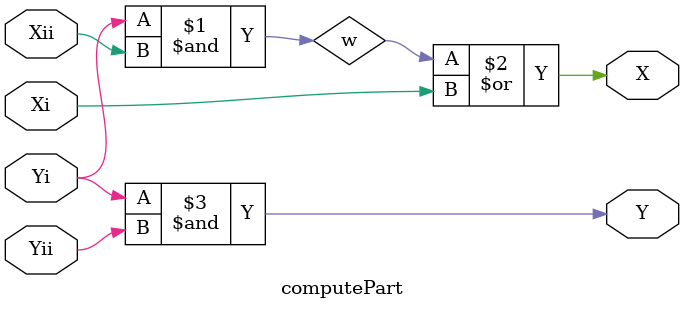
<source format=v>

module RecursiveCarryAdder64(
output [63:0] sum,
output cout,
input [63:0] a,b);
  
wire cin = 1'b0;
wire [63:0] c,x,y;
  
and_xor axr[63:0](x, y, a, b);
wire [63:1] x2, y2;
equalize equalize_0(c[0], x[0]);
computePart comp_0[63:1](x2[63:1], y2[63:1], x[63:1], y[63:1], x[62:0], y[62:0]);

wire [63:2] x3, y3;
equalize equalize_1(c[1], x2[1]);
computePart comp_1[63:2](x3[63:2], y3[63:2], x2[63:2], y2[63:2], {x2[61:1],x[0]}, {y2[61:1],y[0]});

wire [63:4] x4, y4;
equalize equalize_2[3:2](c[3:2], x3[3:2]);
computePart comp_2[63:4](x4[63:4], y4[63:4], x3[63:4], y3[63:4], {x3[59:2],x2[1],x[0]}, {y3[59:2],y2[1],y[0]});

wire [63:8] x5, y5;
equalize equalize_3[7:4](c[7:4], x4[7:4]);
computePart comp_3[63:8](x5[63:8], y5[63:8], x4[63:8], y4[63:8], {x4[55:4],x3[3:2],x2[1],x[0]}, {y4[55:4],y3[3:2],y2[1],y[0]});
        
wire [63:16] x6, y6;
equalize equalize_4[15:8](c[15:8], x5[15:8]);
computePart comp_4[63:16](x6[63:16], y6[63:16], x5[63:16], y5[63:16], {x5[47:8],x4[7:4],x3[3:2],x2[1],x[0]}, {y5[47:8],y4[7:4],y3[3:2],y2[1],y[0]});
  
wire [63:32] x7, y7;
equalize equalize_5[31:16](c[31:16], x6[31:16]);
computePart comp_5[63:32](x7[63:32], y7[63:32], x6[63:32], y6[63:32], {x6[31:16],x5[15:8],x4[7:4],x3[3:2],x2[1],x[0]}, {y6[31:16],y5[15:8],y4[7:4],y3[3:2],y2[1],y[0]});



equalize equalize_6[63:32](c[63:32], x6[63:32]);
halfadder2 adder_0(sum[0],y[0],cin);
halfadder2 adder_1[63:1](sum[63:1],y[63:1], c[62:0]);
buf(cout, c[63]);


endmodule



module and_xor(
output X, Y,
input A, B);
and(X, A, B);
xor(Y, A, B);
endmodule

module halfadder2(
output Z,
input X, Y);
xor(Z, X, Y);
endmodule



module equalize(
output R,
input I);
assign R=I;
endmodule

module computePart(output X, Y, input Xi, Yi, Xii, Yii);
wire w;
and(w, Yi, Xii);
or(X, w, Xi);
and(Y, Yi, Yii);
endmodule

</source>
